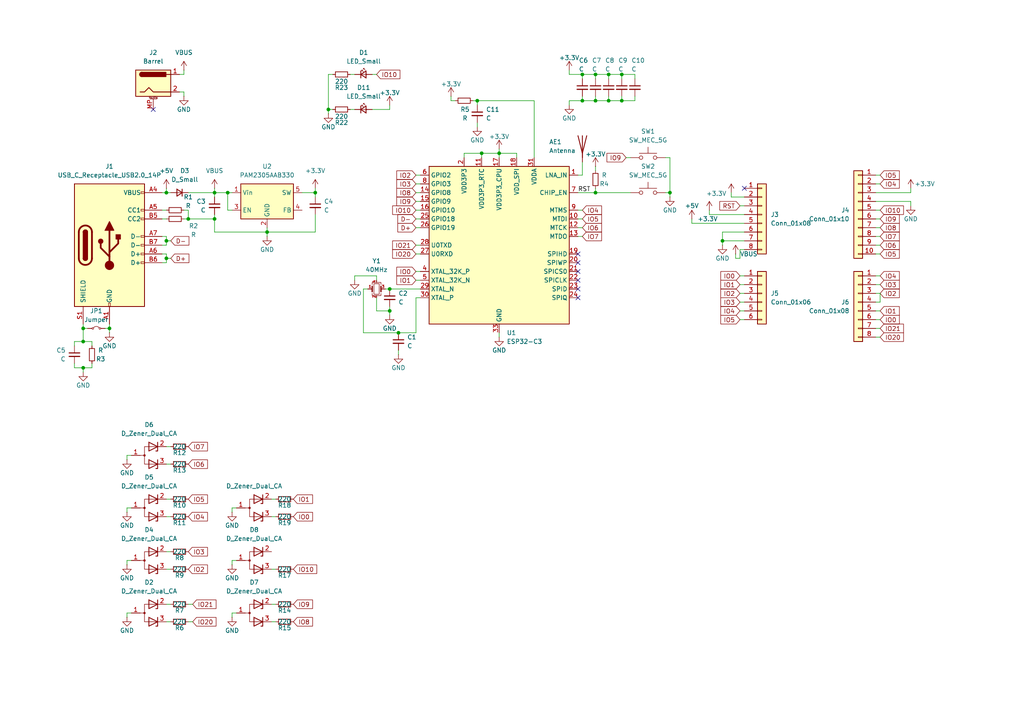
<source format=kicad_sch>
(kicad_sch (version 20231120) (generator "eeschema") (generator_version "8.0")
  (paper "A4")
  (junction (at 172.72 55.88))
  (junction (at 113.03 90.17))
  (junction (at 66.04 55.88))
  (junction (at 172.72 21.59))
  (junction (at 48.26 74.93))
  (junction (at 139.7 44.45))
  (junction (at 31.75 95.25))
  (junction (at 62.23 55.88))
  (junction (at 172.72 29.21))
  (junction (at 194.31 55.88))
  (junction (at 115.57 96.52))
  (junction (at 180.34 29.21))
  (junction (at 24.13 106.68))
  (junction (at 62.23 63.5))
  (junction (at 95.25 31.75))
  (junction (at 77.47 67.31))
  (junction (at 91.44 55.88))
  (junction (at 138.43 29.21))
  (junction (at 176.53 21.59))
  (junction (at 176.53 29.21))
  (junction (at 48.26 55.88))
  (junction (at 24.13 99.06))
  (junction (at 113.03 83.82))
  (junction (at 48.26 69.85))
  (junction (at 54.61 63.5))
  (junction (at 209.55 69.85))
  (junction (at 168.91 21.59))
  (junction (at 180.34 21.59))
  (junction (at 168.91 29.21))
  (junction (at 144.78 44.45))
  (junction (at 24.13 95.25))
  (no_connect (at 167.64 83.82))
  (no_connect (at 167.64 78.74))
  (no_connect (at 167.64 86.36))
  (no_connect (at 167.64 81.28))
  (no_connect (at 215.9 54.61))
  (no_connect (at 167.64 76.2))
  (no_connect (at 167.64 73.66))
  (no_connect (at 44.45 31.75))
  (wire (pts (xy 66.04 55.88) (xy 67.31 55.88)))
  (wire (pts (xy 95.25 31.75) (xy 96.52 31.75)))
  (wire (pts (xy 48.26 74.93) (xy 48.26 76.2)))
  (wire (pts (xy 48.26 68.58) (xy 48.26 69.85)))
  (wire (pts (xy 53.34 20.32) (xy 53.34 21.59)))
  (wire (pts (xy 36.83 163.83) (xy 36.83 162.56)))
  (wire (pts (xy 54.61 63.5) (xy 62.23 63.5)))
  (wire (pts (xy 62.23 62.23) (xy 62.23 63.5)))
  (wire (pts (xy 91.44 55.88) (xy 91.44 57.15)))
  (wire (pts (xy 168.91 22.86) (xy 168.91 21.59)))
  (wire (pts (xy 168.91 60.96) (xy 167.64 60.96)))
  (wire (pts (xy 200.66 64.77) (xy 215.9 64.77)))
  (wire (pts (xy 120.65 50.8) (xy 121.92 50.8)))
  (wire (pts (xy 102.87 81.28) (xy 102.87 80.01)))
  (wire (pts (xy 109.22 80.01) (xy 109.22 81.28)))
  (wire (pts (xy 26.67 106.68) (xy 24.13 106.68)))
  (wire (pts (xy 212.09 57.15) (xy 215.9 57.15)))
  (wire (pts (xy 66.04 55.88) (xy 66.04 60.96)))
  (wire (pts (xy 53.34 60.96) (xy 54.61 60.96)))
  (wire (pts (xy 120.65 71.12) (xy 121.92 71.12)))
  (wire (pts (xy 31.75 93.98) (xy 31.75 95.25)))
  (wire (pts (xy 165.1 20.32) (xy 165.1 21.59)))
  (wire (pts (xy 193.04 45.72) (xy 194.31 45.72)))
  (wire (pts (xy 120.65 86.36) (xy 121.92 86.36)))
  (wire (pts (xy 95.25 21.59) (xy 96.52 21.59)))
  (wire (pts (xy 101.6 31.75) (xy 102.87 31.75)))
  (wire (pts (xy 53.34 26.67) (xy 52.07 26.67)))
  (wire (pts (xy 48.26 180.34) (xy 49.53 180.34)))
  (wire (pts (xy 214.63 80.01) (xy 215.9 80.01)))
  (wire (pts (xy 154.94 29.21) (xy 154.94 45.72)))
  (wire (pts (xy 172.72 55.88) (xy 182.88 55.88)))
  (wire (pts (xy 120.65 81.28) (xy 121.92 81.28)))
  (wire (pts (xy 24.13 95.25) (xy 24.13 99.06)))
  (wire (pts (xy 54.61 63.5) (xy 53.34 63.5)))
  (wire (pts (xy 167.64 55.88) (xy 172.72 55.88)))
  (wire (pts (xy 48.26 69.85) (xy 48.26 71.12)))
  (wire (pts (xy 95.25 33.02) (xy 95.25 31.75)))
  (wire (pts (xy 36.83 148.59) (xy 36.83 147.32)))
  (wire (pts (xy 36.83 133.35) (xy 36.83 132.08)))
  (wire (pts (xy 264.16 58.42) (xy 254 58.42)))
  (wire (pts (xy 46.99 60.96) (xy 48.26 60.96)))
  (wire (pts (xy 46.99 63.5) (xy 48.26 63.5)))
  (wire (pts (xy 115.57 96.52) (xy 120.65 96.52)))
  (wire (pts (xy 255.27 92.71) (xy 254 92.71)))
  (wire (pts (xy 120.65 66.04) (xy 121.92 66.04)))
  (wire (pts (xy 139.7 44.45) (xy 144.78 44.45)))
  (wire (pts (xy 130.81 29.21) (xy 132.08 29.21)))
  (wire (pts (xy 46.99 55.88) (xy 48.26 55.88)))
  (wire (pts (xy 255.27 95.25) (xy 254 95.25)))
  (wire (pts (xy 172.72 29.21) (xy 176.53 29.21)))
  (wire (pts (xy 184.15 29.21) (xy 184.15 27.94)))
  (wire (pts (xy 78.74 180.34) (xy 80.01 180.34)))
  (wire (pts (xy 194.31 45.72) (xy 194.31 55.88)))
  (wire (pts (xy 180.34 21.59) (xy 180.34 22.86)))
  (wire (pts (xy 180.34 29.21) (xy 184.15 29.21)))
  (wire (pts (xy 168.91 66.04) (xy 167.64 66.04)))
  (wire (pts (xy 172.72 21.59) (xy 172.72 22.86)))
  (wire (pts (xy 139.7 44.45) (xy 139.7 45.72)))
  (wire (pts (xy 172.72 55.88) (xy 172.72 54.61)))
  (wire (pts (xy 67.31 60.96) (xy 66.04 60.96)))
  (wire (pts (xy 194.31 57.15) (xy 194.31 55.88)))
  (wire (pts (xy 26.67 99.06) (xy 26.67 100.33)))
  (wire (pts (xy 165.1 29.21) (xy 168.91 29.21)))
  (wire (pts (xy 78.74 165.1) (xy 80.01 165.1)))
  (wire (pts (xy 138.43 29.21) (xy 138.43 30.48)))
  (wire (pts (xy 255.27 97.79) (xy 254 97.79)))
  (wire (pts (xy 53.34 21.59) (xy 52.07 21.59)))
  (wire (pts (xy 36.83 177.8) (xy 38.1 177.8)))
  (wire (pts (xy 46.99 73.66) (xy 48.26 73.66)))
  (wire (pts (xy 113.03 30.48) (xy 113.03 31.75)))
  (wire (pts (xy 62.23 67.31) (xy 77.47 67.31)))
  (wire (pts (xy 214.63 72.39) (xy 214.63 74.93)))
  (wire (pts (xy 176.53 21.59) (xy 176.53 22.86)))
  (wire (pts (xy 77.47 67.31) (xy 91.44 67.31)))
  (wire (pts (xy 21.59 106.68) (xy 21.59 105.41)))
  (wire (pts (xy 77.47 68.58) (xy 77.47 67.31)))
  (wire (pts (xy 36.83 162.56) (xy 38.1 162.56)))
  (wire (pts (xy 120.65 63.5) (xy 121.92 63.5)))
  (wire (pts (xy 255.27 80.01) (xy 254 80.01)))
  (wire (pts (xy 138.43 35.56) (xy 138.43 36.83)))
  (wire (pts (xy 36.83 179.07) (xy 36.83 177.8)))
  (wire (pts (xy 176.53 27.94) (xy 176.53 29.21)))
  (wire (pts (xy 255.27 66.04) (xy 254 66.04)))
  (wire (pts (xy 172.72 48.26) (xy 172.72 49.53)))
  (wire (pts (xy 255.27 85.09) (xy 254 85.09)))
  (wire (pts (xy 48.26 76.2) (xy 46.99 76.2)))
  (wire (pts (xy 168.91 68.58) (xy 167.64 68.58)))
  (wire (pts (xy 120.65 53.34) (xy 121.92 53.34)))
  (wire (pts (xy 172.72 27.94) (xy 172.72 29.21)))
  (wire (pts (xy 255.27 82.55) (xy 254 82.55)))
  (wire (pts (xy 48.26 134.62) (xy 49.53 134.62)))
  (wire (pts (xy 67.31 179.07) (xy 67.31 177.8)))
  (wire (pts (xy 214.63 74.93) (xy 213.36 74.93)))
  (wire (pts (xy 264.16 59.69) (xy 264.16 58.42)))
  (wire (pts (xy 24.13 99.06) (xy 26.67 99.06)))
  (wire (pts (xy 105.41 83.82) (xy 105.41 96.52)))
  (wire (pts (xy 48.26 165.1) (xy 49.53 165.1)))
  (wire (pts (xy 215.9 72.39) (xy 214.63 72.39)))
  (wire (pts (xy 67.31 177.8) (xy 68.58 177.8)))
  (wire (pts (xy 91.44 67.31) (xy 91.44 62.23)))
  (wire (pts (xy 144.78 43.18) (xy 144.78 44.45)))
  (wire (pts (xy 31.75 95.25) (xy 31.75 96.52)))
  (wire (pts (xy 62.23 63.5) (xy 62.23 67.31)))
  (wire (pts (xy 212.09 55.88) (xy 212.09 57.15)))
  (wire (pts (xy 48.26 144.78) (xy 49.53 144.78)))
  (wire (pts (xy 214.63 92.71) (xy 215.9 92.71)))
  (wire (pts (xy 120.65 60.96) (xy 121.92 60.96)))
  (wire (pts (xy 209.55 69.85) (xy 215.9 69.85)))
  (wire (pts (xy 95.25 21.59) (xy 95.25 31.75)))
  (wire (pts (xy 209.55 67.31) (xy 215.9 67.31)))
  (wire (pts (xy 255.27 60.96) (xy 254 60.96)))
  (wire (pts (xy 113.03 88.9) (xy 113.03 90.17)))
  (wire (pts (xy 149.86 44.45) (xy 149.86 45.72)))
  (wire (pts (xy 255.27 71.12) (xy 254 71.12)))
  (wire (pts (xy 176.53 29.21) (xy 180.34 29.21)))
  (wire (pts (xy 78.74 144.78) (xy 80.01 144.78)))
  (wire (pts (xy 46.99 71.12) (xy 48.26 71.12)))
  (wire (pts (xy 214.63 87.63) (xy 215.9 87.63)))
  (wire (pts (xy 48.26 129.54) (xy 49.53 129.54)))
  (wire (pts (xy 264.16 54.61) (xy 264.16 55.88)))
  (wire (pts (xy 120.65 96.52) (xy 120.65 86.36)))
  (wire (pts (xy 214.63 59.69) (xy 215.9 59.69)))
  (wire (pts (xy 113.03 83.82) (xy 121.92 83.82)))
  (wire (pts (xy 168.91 21.59) (xy 172.72 21.59)))
  (wire (pts (xy 181.61 45.72) (xy 182.88 45.72)))
  (wire (pts (xy 165.1 21.59) (xy 168.91 21.59)))
  (wire (pts (xy 134.62 45.72) (xy 134.62 44.45)))
  (wire (pts (xy 48.26 55.88) (xy 49.53 55.88)))
  (wire (pts (xy 48.26 175.26) (xy 49.53 175.26)))
  (wire (pts (xy 101.6 21.59) (xy 102.87 21.59)))
  (wire (pts (xy 209.55 71.12) (xy 209.55 69.85)))
  (wire (pts (xy 30.48 95.25) (xy 31.75 95.25)))
  (wire (pts (xy 255.27 63.5) (xy 254 63.5)))
  (wire (pts (xy 53.34 27.94) (xy 53.34 26.67)))
  (wire (pts (xy 214.63 90.17) (xy 215.9 90.17)))
  (wire (pts (xy 113.03 90.17) (xy 113.03 91.44)))
  (wire (pts (xy 168.91 29.21) (xy 172.72 29.21)))
  (wire (pts (xy 214.63 85.09) (xy 215.9 85.09)))
  (wire (pts (xy 205.74 60.96) (xy 205.74 62.23)))
  (wire (pts (xy 26.67 105.41) (xy 26.67 106.68)))
  (wire (pts (xy 115.57 102.87) (xy 115.57 101.6)))
  (wire (pts (xy 36.83 147.32) (xy 38.1 147.32)))
  (wire (pts (xy 48.26 149.86) (xy 49.53 149.86)))
  (wire (pts (xy 120.65 73.66) (xy 121.92 73.66)))
  (wire (pts (xy 167.64 50.8) (xy 168.91 50.8)))
  (wire (pts (xy 205.74 62.23) (xy 215.9 62.23)))
  (wire (pts (xy 102.87 80.01) (xy 109.22 80.01)))
  (wire (pts (xy 264.16 55.88) (xy 254 55.88)))
  (wire (pts (xy 168.91 63.5) (xy 167.64 63.5)))
  (wire (pts (xy 46.99 68.58) (xy 48.26 68.58)))
  (wire (pts (xy 111.76 83.82) (xy 113.03 83.82)))
  (wire (pts (xy 24.13 107.95) (xy 24.13 106.68)))
  (wire (pts (xy 78.74 175.26) (xy 80.01 175.26)))
  (wire (pts (xy 144.78 44.45) (xy 144.78 45.72)))
  (wire (pts (xy 209.55 69.85) (xy 209.55 67.31)))
  (wire (pts (xy 21.59 99.06) (xy 24.13 99.06)))
  (wire (pts (xy 255.27 50.8) (xy 254 50.8)))
  (wire (pts (xy 120.65 58.42) (xy 121.92 58.42)))
  (wire (pts (xy 255.27 90.17) (xy 254 90.17)))
  (wire (pts (xy 49.53 74.93) (xy 48.26 74.93)))
  (wire (pts (xy 194.31 55.88) (xy 193.04 55.88)))
  (wire (pts (xy 168.91 27.94) (xy 168.91 29.21)))
  (wire (pts (xy 62.23 54.61) (xy 62.23 55.88)))
  (wire (pts (xy 48.26 54.61) (xy 48.26 55.88)))
  (wire (pts (xy 54.61 55.88) (xy 62.23 55.88)))
  (wire (pts (xy 200.66 63.5) (xy 200.66 64.77)))
  (wire (pts (xy 113.03 90.17) (xy 109.22 90.17)))
  (wire (pts (xy 24.13 106.68) (xy 21.59 106.68)))
  (wire (pts (xy 55.88 175.26) (xy 54.61 175.26)))
  (wire (pts (xy 62.23 55.88) (xy 66.04 55.88)))
  (wire (pts (xy 138.43 29.21) (xy 154.94 29.21)))
  (wire (pts (xy 214.63 82.55) (xy 215.9 82.55)))
  (wire (pts (xy 180.34 27.94) (xy 180.34 29.21)))
  (wire (pts (xy 144.78 97.79) (xy 144.78 96.52)))
  (wire (pts (xy 120.65 55.88) (xy 121.92 55.88)))
  (wire (pts (xy 144.78 44.45) (xy 149.86 44.45)))
  (wire (pts (xy 255.27 53.34) (xy 254 53.34)))
  (wire (pts (xy 24.13 95.25) (xy 25.4 95.25)))
  (wire (pts (xy 213.36 74.93) (xy 213.36 73.66)))
  (wire (pts (xy 165.1 30.48) (xy 165.1 29.21)))
  (wire (pts (xy 67.31 148.59) (xy 67.31 147.32)))
  (wire (pts (xy 55.88 180.34) (xy 54.61 180.34)))
  (wire (pts (xy 67.31 147.32) (xy 68.58 147.32)))
  (wire (pts (xy 78.74 149.86) (xy 80.01 149.86)))
  (wire (pts (xy 255.27 73.66) (xy 254 73.66)))
  (wire (pts (xy 184.15 21.59) (xy 184.15 22.86)))
  (wire (pts (xy 24.13 93.98) (xy 24.13 95.25)))
  (wire (pts (xy 48.26 73.66) (xy 48.26 74.93)))
  (wire (pts (xy 137.16 29.21) (xy 138.43 29.21)))
  (wire (pts (xy 21.59 99.06) (xy 21.59 100.33)))
  (wire (pts (xy 109.22 90.17) (xy 109.22 86.36)))
  (wire (pts (xy 120.65 78.74) (xy 121.92 78.74)))
  (wire (pts (xy 62.23 57.15) (xy 62.23 55.88)))
  (wire (pts (xy 130.81 27.94) (xy 130.81 29.21)))
  (wire (pts (xy 54.61 60.96) (xy 54.61 63.5)))
  (wire (pts (xy 77.47 67.31) (xy 77.47 66.04)))
  (wire (pts (xy 91.44 54.61) (xy 91.44 55.88)))
  (wire (pts (xy 36.83 132.08) (xy 38.1 132.08)))
  (wire (pts (xy 48.26 160.02) (xy 49.53 160.02)))
  (wire (pts (xy 134.62 44.45) (xy 139.7 44.45)))
  (wire (pts (xy 255.27 87.63) (xy 254 87.63)))
  (wire (pts (xy 113.03 31.75) (xy 107.95 31.75)))
  (wire (pts (xy 105.41 96.52) (xy 115.57 96.52)))
  (wire (pts (xy 255.27 68.58) (xy 254 68.58)))
  (wire (pts (xy 67.31 163.83) (xy 67.31 162.56)))
  (wire (pts (xy 106.68 83.82) (xy 105.41 83.82)))
  (wire (pts (xy 67.31 162.56) (xy 68.58 162.56)))
  (wire (pts (xy 172.72 21.59) (xy 176.53 21.59)))
  (wire (pts (xy 255.27 85.09) (xy 255.27 87.63)))
  (wire (pts (xy 109.22 21.59) (xy 107.95 21.59)))
  (wire (pts (xy 49.53 69.85) (xy 48.26 69.85)))
  (wire (pts (xy 176.53 21.59) (xy 180.34 21.59)))
  (wire (pts (xy 87.63 55.88) (xy 91.44 55.88)))
  (wire (pts (xy 168.91 50.8) (xy 168.91 46.99)))
  (wire (pts (xy 180.34 21.59) (xy 184.15 21.59)))
  (label "RST" (at 167.64 55.88 0))
  (global_label "IO1" (shape input) (at 85.09 144.78 0) (property "Intersheetrefs" "${INTERSHEET_REFS}" (effects (hide yes))))
  (global_label "IO9" (shape input) (at 255.27 63.5 0) (property "Intersheetrefs" "${INTERSHEET_REFS}" (effects (hide yes))))
  (global_label "IO8" (shape input) (at 255.27 66.04 0) (property "Intersheetrefs" "${INTERSHEET_REFS}" (effects (hide yes))))
  (global_label "IO2" (shape input) (at 214.63 85.09 180) (property "Intersheetrefs" "${INTERSHEET_REFS}" (effects (hide yes))))
  (global_label "IO21" (shape input) (at 120.65 71.12 180) (property "Intersheetrefs" "${INTERSHEET_REFS}" (effects (hide yes))))
  (global_label "IO0" (shape input) (at 85.09 149.86 0) (property "Intersheetrefs" "${INTERSHEET_REFS}" (effects (hide yes))))
  (global_label "IO9" (shape input) (at 120.65 58.42 180) (property "Intersheetrefs" "${INTERSHEET_REFS}" (effects (hide yes))))
  (global_label "IO20" (shape input) (at 255.27 97.79 0) (property "Intersheetrefs" "${INTERSHEET_REFS}" (effects (hide yes))))
  (global_label "IO5" (shape input) (at 255.27 50.8 0) (property "Intersheetrefs" "${INTERSHEET_REFS}" (effects (hide yes))))
  (global_label "IO3" (shape input) (at 120.65 53.34 180) (property "Intersheetrefs" "${INTERSHEET_REFS}" (effects (hide yes))))
  (global_label "IO7" (shape input) (at 168.91 68.58 0) (property "Intersheetrefs" "${INTERSHEET_REFS}" (effects (hide yes))))
  (global_label "IO20" (shape input) (at 120.65 73.66 180) (property "Intersheetrefs" "${INTERSHEET_REFS}" (effects (hide yes))))
  (global_label "IO4" (shape input) (at 214.63 90.17 180) (property "Intersheetrefs" "${INTERSHEET_REFS}" (effects (hide yes))))
  (global_label "IO5" (shape input) (at 168.91 63.5 0) (property "Intersheetrefs" "${INTERSHEET_REFS}" (effects (hide yes))))
  (global_label "IO7" (shape input) (at 54.61 129.54 0) (property "Intersheetrefs" "${INTERSHEET_REFS}" (effects (hide yes))))
  (global_label "IO10" (shape input) (at 109.22 21.59 0) (property "Intersheetrefs" "${INTERSHEET_REFS}" (effects (hide yes))))
  (global_label "IO9" (shape input) (at 85.09 175.26 0) (property "Intersheetrefs" "${INTERSHEET_REFS}" (effects (hide yes))))
  (global_label "IO21" (shape input) (at 255.27 95.25 0) (property "Intersheetrefs" "${INTERSHEET_REFS}" (effects (hide yes))))
  (global_label "IO5" (shape input) (at 54.61 144.78 0) (property "Intersheetrefs" "${INTERSHEET_REFS}" (effects (hide yes))))
  (global_label "IO20" (shape input) (at 55.88 180.34 0) (property "Intersheetrefs" "${INTERSHEET_REFS}" (effects (hide yes))))
  (global_label "D-" (shape input) (at 120.65 63.5 180) (property "Intersheetrefs" "${INTERSHEET_REFS}" (effects (hide yes))))
  (global_label "IO5" (shape input) (at 255.27 73.66 0) (property "Intersheetrefs" "${INTERSHEET_REFS}" (effects (hide yes))))
  (global_label "IO3" (shape input) (at 255.27 82.55 0) (property "Intersheetrefs" "${INTERSHEET_REFS}" (effects (hide yes))))
  (global_label "RST" (shape input) (at 214.63 59.69 180) (property "Intersheetrefs" "${INTERSHEET_REFS}" (effects (hide yes))))
  (global_label "IO6" (shape input) (at 168.91 66.04 0) (property "Intersheetrefs" "${INTERSHEET_REFS}" (effects (hide yes))))
  (global_label "IO6" (shape input) (at 255.27 71.12 0) (property "Intersheetrefs" "${INTERSHEET_REFS}" (effects (hide yes))))
  (global_label "IO4" (shape input) (at 255.27 80.01 0) (property "Intersheetrefs" "${INTERSHEET_REFS}" (effects (hide yes))))
  (global_label "IO3" (shape input) (at 214.63 87.63 180) (property "Intersheetrefs" "${INTERSHEET_REFS}" (effects (hide yes))))
  (global_label "IO8" (shape input) (at 120.65 55.88 180) (property "Intersheetrefs" "${INTERSHEET_REFS}" (effects (hide yes))))
  (global_label "IO10" (shape input) (at 120.65 60.96 180) (property "Intersheetrefs" "${INTERSHEET_REFS}" (effects (hide yes))))
  (global_label "IO4" (shape input) (at 54.61 149.86 0) (property "Intersheetrefs" "${INTERSHEET_REFS}" (effects (hide yes))))
  (global_label "IO1" (shape input) (at 255.27 90.17 0) (property "Intersheetrefs" "${INTERSHEET_REFS}" (effects (hide yes))))
  (global_label "IO5" (shape input) (at 214.63 92.71 180) (property "Intersheetrefs" "${INTERSHEET_REFS}" (effects (hide yes))))
  (global_label "IO2" (shape input) (at 255.27 85.09 0) (property "Intersheetrefs" "${INTERSHEET_REFS}" (effects (hide yes))))
  (global_label "D+" (shape input) (at 120.65 66.04 180) (property "Intersheetrefs" "${INTERSHEET_REFS}" (effects (hide yes))))
  (global_label "IO21" (shape input) (at 55.88 175.26 0) (property "Intersheetrefs" "${INTERSHEET_REFS}" (effects (hide yes))))
  (global_label "IO6" (shape input) (at 54.61 134.62 0) (property "Intersheetrefs" "${INTERSHEET_REFS}" (effects (hide yes))))
  (global_label "IO4" (shape input) (at 168.91 60.96 0) (property "Intersheetrefs" "${INTERSHEET_REFS}" (effects (hide yes))))
  (global_label "IO10" (shape input) (at 255.27 60.96 0) (property "Intersheetrefs" "${INTERSHEET_REFS}" (effects (hide yes))))
  (global_label "IO2" (shape input) (at 120.65 50.8 180) (property "Intersheetrefs" "${INTERSHEET_REFS}" (effects (hide yes))))
  (global_label "IO1" (shape input) (at 214.63 82.55 180) (property "Intersheetrefs" "${INTERSHEET_REFS}" (effects (hide yes))))
  (global_label "IO4" (shape input) (at 255.27 53.34 0) (property "Intersheetrefs" "${INTERSHEET_REFS}" (effects (hide yes))))
  (global_label "IO0" (shape input) (at 255.27 92.71 0) (property "Intersheetrefs" "${INTERSHEET_REFS}" (effects (hide yes))))
  (global_label "IO9" (shape input) (at 181.61 45.72 180) (property "Intersheetrefs" "${INTERSHEET_REFS}" (effects (hide yes))))
  (global_label "IO0" (shape input) (at 214.63 80.01 180) (property "Intersheetrefs" "${INTERSHEET_REFS}" (effects (hide yes))))
  (global_label "IO2" (shape input) (at 54.61 165.1 0) (property "Intersheetrefs" "${INTERSHEET_REFS}" (effects (hide yes))))
  (global_label "IO10" (shape input) (at 85.09 165.1 0) (property "Intersheetrefs" "${INTERSHEET_REFS}" (effects (hide yes))))
  (global_label "IO7" (shape input) (at 255.27 68.58 0) (property "Intersheetrefs" "${INTERSHEET_REFS}" (effects (hide yes))))
  (global_label "IO1" (shape input) (at 120.65 81.28 180) (property "Intersheetrefs" "${INTERSHEET_REFS}" (effects (hide yes))))
  (global_label "IO3" (shape input) (at 54.61 160.02 0) (property "Intersheetrefs" "${INTERSHEET_REFS}" (effects (hide yes))))
  (global_label "IO0" (shape input) (at 120.65 78.74 180) (property "Intersheetrefs" "${INTERSHEET_REFS}" (effects (hide yes))))
  (global_label "D-" (shape input) (at 49.53 69.85 0) (property "Intersheetrefs" "${INTERSHEET_REFS}" (effects (hide yes))))
  (global_label "D+" (shape input) (at 49.53 74.93 0) (property "Intersheetrefs" "${INTERSHEET_REFS}" (effects (hide yes))))
  (global_label "IO8" (shape input) (at 85.09 180.34 0) (property "Intersheetrefs" "${INTERSHEET_REFS}" (effects (hide yes))))
  (symbol (lib_id "Connector:USB_C_Receptacle_USB2.0_14P") (at 31.75 71.12 0) (unit 1)
    (property "Reference" "J1" (at 31.75 48.26 0))
    (property "Value" "USB_C_Receptacle_USB2.0_14P" (at 31.75 50.8 0))
    (property "Footprint" "Connector_USB:USB_C_Receptacle_HCTL_HC-TYPE-C-16P-01A" (effects (hide yes)))
    (property "Datasheet" "https://www.usb.org/sites/default/files/documents/usb_type-c.zip" (effects (hide yes)))
    (property "Description" "USB 2.0-only 14P Type-C Receptacle connector" (effects (hide yes)))
  )
  (symbol (lib_id "Device:C_Small") (at 91.44 59.69 0) (unit 1)
    (property "Reference" "C4" (at 93.98 58.4262 0) (effects (justify left)))
    (property "Value" "C" (at 93.98 60.9662 0) (effects (justify left)))
    (property "Footprint" "Capacitor_SMD:C_0402_1005Metric" (effects (hide yes)))
    (property "Description" "Unpolarized capacitor, small symbol" (effects (hide yes)))
  )
  (symbol (lib_id "power:GND") (at 209.55 71.12 0) (unit 1)
    (property "Reference" "#PWR022" (effects (hide yes)))
    (property "Value" "GND" (at 209.55 74.93 0))
    (property "Description" "Power symbol creates a global label with name \"GND\" , ground" (effects (hide yes)))
  )
  (symbol (lib_id "Regulator_Switching:PAM2305AAB330") (at 77.47 58.42 0) (unit 1)
    (property "Reference" "U2" (at 77.47 48.26 0))
    (property "Value" "PAM2305AAB330" (at 77.47 50.8 0))
    (property "Footprint" "Package_TO_SOT_SMD:TSOT-23-5" (effects (hide yes)))
    (property "Datasheet" "https://www.diodes.com/assets/Datasheets/PAM2305.pdf" (effects (hide yes)))
    (property "Description" "1A, Step-Down DC/DC-Converter, 3.3V Fixed Output Voltage, 1.5MHz, TSOT-23" (effects (hide yes)))
  )
  (symbol (lib_id "power:+3.3V") (at 91.44 54.61 0) (unit 1)
    (property "Reference" "#PWR03" (effects (hide yes)))
    (property "Value" "+3.3V" (at 91.44 49.53 0))
    (property "Description" "Power symbol creates a global label with name \"+3.3V\"" (effects (hide yes)))
  )
  (symbol (lib_id "Device:Antenna") (at 168.91 41.91 0) (unit 1)
    (property "Reference" "AE1" (at 159.258 41.148 0) (effects (justify left)))
    (property "Value" "Antenna" (at 159.258 43.688 0) (effects (justify left)))
    (property "Footprint" "TestPoint:TestPoint_Loop_D2.50mm_Drill1.0mm" (effects (hide yes)))
    (property "Description" "Antenna" (effects (hide yes)))
  )
  (symbol (lib_id "Device:R_Small") (at 99.06 21.59 90) (unit 1)
    (property "Reference" "R23" (at 99.06 25.4 90))
    (property "Value" "220" (at 99.06 23.622 90))
    (property "Footprint" "Resistor_SMD:R_0402_1005Metric" (effects (hide yes)))
    (property "Description" "Resistor, small symbol" (effects (hide yes)))
  )
  (symbol (lib_id "power:+3.3V") (at 165.1 20.32 0) (unit 1)
    (property "Reference" "#PWR014" (effects (hide yes)))
    (property "Value" "+3.3V" (at 165.1 16.764 0))
    (property "Description" "Power symbol creates a global label with name \"+3.3V\"" (effects (hide yes)))
  )
  (symbol (lib_id "Device:R_Small") (at 52.07 160.02 90) (unit 1)
    (property "Reference" "R8" (at 52.07 161.798 90))
    (property "Value" "220" (at 52.07 160.02 90))
    (property "Footprint" "Resistor_SMD:R_0402_1005Metric" (effects (hide yes)))
    (property "Description" "Resistor, small symbol" (effects (hide yes)))
  )
  (symbol (lib_id "power:GND") (at 165.1 30.48 0) (unit 1)
    (property "Reference" "#PWR015" (effects (hide yes)))
    (property "Value" "GND" (at 165.1 34.29 0))
    (property "Description" "Power symbol creates a global label with name \"GND\" , ground" (effects (hide yes)))
  )
  (symbol (lib_id "Device:R_Small") (at 52.07 144.78 90) (unit 1)
    (property "Reference" "R10" (at 52.07 146.558 90))
    (property "Value" "220" (at 52.07 144.78 90))
    (property "Footprint" "Resistor_SMD:R_0402_1005Metric" (effects (hide yes)))
    (property "Description" "Resistor, small symbol" (effects (hide yes)))
  )
  (symbol (lib_id "Device:D_Zener_Dual_CommonAnode_AKK_Parallel") (at 43.18 162.56 0) (unit 1)
    (property "Reference" "D4" (at 43.2435 153.67 0))
    (property "Value" "D_Zener_Dual_CA" (at 43.2435 156.21 0))
    (property "Footprint" "Package_TO_SOT_SMD:SOT-23" (effects (hide yes)))
    (property "Description" "Dual Zener diode, common anode on pin 1" (effects (hide yes)))
  )
  (symbol (lib_id "power:+5V") (at 48.26 54.61 0) (unit 1)
    (property "Reference" "#PWR02" (effects (hide yes)))
    (property "Value" "+5V" (at 48.26 49.53 0))
    (property "Description" "Power symbol creates a global label with name \"+5V\"" (effects (hide yes)))
  )
  (symbol (lib_id "Jumper:Jumper_2_Small_Bridged") (at 27.94 95.25 0) (unit 1) (exclude_from_sim yes)
    (property "Reference" "JP1" (at 27.94 90.17 0))
    (property "Value" "Jumper" (at 27.94 92.71 0))
    (property "Footprint" "Jumper:SolderJumper-2_P1.3mm_Bridged_RoundedPad1.0x1.5mm" (effects (hide yes)))
    (property "Description" "Jumper, 2-pole, small symbol, bridged" (effects (hide yes)))
  )
  (symbol (lib_id "Device:R_Small") (at 50.8 60.96 90) (unit 1)
    (property "Reference" "R1" (at 54.61 57.15 90))
    (property "Value" "R" (at 54.61 59.69 90))
    (property "Footprint" "Resistor_SMD:R_0402_1005Metric" (effects (hide yes)))
    (property "Description" "Resistor, small symbol" (effects (hide yes)))
  )
  (symbol (lib_id "Device:R_Small") (at 82.55 180.34 90) (unit 1)
    (property "Reference" "R15" (at 82.55 182.118 90))
    (property "Value" "220" (at 82.55 180.34 90))
    (property "Footprint" "Resistor_SMD:R_0402_1005Metric" (effects (hide yes)))
    (property "Description" "Resistor, small symbol" (effects (hide yes)))
  )
  (symbol (lib_id "power:GND") (at 115.57 102.87 0) (unit 1)
    (property "Reference" "#PWR01" (effects (hide yes)))
    (property "Value" "GND" (at 115.57 106.68 0))
    (property "Description" "Power symbol creates a global label with name \"GND\" , ground" (effects (hide yes)))
  )
  (symbol (lib_id "Device:LED_Small") (at 105.41 21.59 0) (unit 1)
    (property "Reference" "D1" (at 105.4735 15.24 0))
    (property "Value" "LED_Small" (at 105.4735 17.78 0))
    (property "Footprint" "LED_SMD:LED_0402_1005Metric" (effects (hide yes)))
    (property "Description" "Light emitting diode, small symbol" (effects (hide yes)))
  )
  (symbol (lib_id "Device:R_Small") (at 52.07 180.34 90) (unit 1)
    (property "Reference" "R6" (at 52.07 182.118 90))
    (property "Value" "220" (at 52.07 180.34 90))
    (property "Footprint" "Resistor_SMD:R_0402_1005Metric" (effects (hide yes)))
    (property "Description" "Resistor, small symbol" (effects (hide yes)))
  )
  (symbol (lib_id "Device:C_Small") (at 138.43 33.02 0) (unit 1)
    (property "Reference" "C11" (at 140.97 31.7562 0) (effects (justify left)))
    (property "Value" "C" (at 140.97 34.2962 0) (effects (justify left)))
    (property "Footprint" "Capacitor_SMD:C_0402_1005Metric" (effects (hide yes)))
    (property "Description" "Unpolarized capacitor, small symbol" (effects (hide yes)))
  )
  (symbol (lib_id "power:+3.3V") (at 264.16 54.61 0) (unit 1)
    (property "Reference" "#PWR028" (effects (hide yes)))
    (property "Value" "+3.3V" (at 268.224 53.34 0))
    (property "Description" "Power symbol creates a global label with name \"+3.3V\"" (effects (hide yes)))
  )
  (symbol (lib_id "power:+3.3V") (at 113.03 30.48 0) (unit 1)
    (property "Reference" "#PWR039" (effects (hide yes)))
    (property "Value" "+3.3V" (at 113.03 26.924 0))
    (property "Description" "Power symbol creates a global label with name \"+3.3V\"" (effects (hide yes)))
  )
  (symbol (lib_id "Device:C_Small") (at 113.03 86.36 0) (unit 1)
    (property "Reference" "C2" (at 115.57 85.0962 0) (effects (justify left)))
    (property "Value" "C" (at 115.57 87.6362 0) (effects (justify left)))
    (property "Footprint" "Capacitor_SMD:C_0402_1005Metric" (effects (hide yes)))
    (property "Description" "Unpolarized capacitor, small symbol" (effects (hide yes)))
  )
  (symbol (lib_id "Device:R_Small") (at 82.55 149.86 90) (unit 1)
    (property "Reference" "R19" (at 82.55 151.638 90))
    (property "Value" "220" (at 82.55 149.86 90))
    (property "Footprint" "Resistor_SMD:R_0402_1005Metric" (effects (hide yes)))
    (property "Description" "Resistor, small symbol" (effects (hide yes)))
  )
  (symbol (lib_id "power:GND") (at 36.83 163.83 0) (unit 1)
    (property "Reference" "#PWR031" (effects (hide yes)))
    (property "Value" "GND" (at 36.83 167.64 0))
    (property "Description" "Power symbol creates a global label with name \"GND\" , ground" (effects (hide yes)))
  )
  (symbol (lib_id "power:GND") (at 24.13 107.95 0) (unit 1)
    (property "Reference" "#PWR08" (effects (hide yes)))
    (property "Value" "GND" (at 24.13 111.76 0))
    (property "Description" "Power symbol creates a global label with name \"GND\" , ground" (effects (hide yes)))
  )
  (symbol (lib_id "Connector_Generic:Conn_01x06") (at 220.98 85.09 0) (unit 1)
    (property "Reference" "J5" (at 223.52 85.0899 0) (effects (justify left)))
    (property "Value" "Conn_01x06" (at 223.52 87.6299 0) (effects (justify left)))
    (property "Footprint" "Connector_PinSocket_2.54mm:PinSocket_1x06_P2.54mm_Vertical" (effects (hide yes)))
    (property "Description" "Generic connector, single row, 01x06, script generated (kicad-library-utils/schlib/autogen/connector/)" (effects (hide yes)))
  )
  (symbol (lib_id "power:GND") (at 194.31 57.15 0) (unit 1)
    (property "Reference" "#PWR011" (effects (hide yes)))
    (property "Value" "GND" (at 194.31 60.96 0))
    (property "Description" "Power symbol creates a global label with name \"GND\" , ground" (effects (hide yes)))
  )
  (symbol (lib_id "Device:D_Zener_Dual_CommonAnode_AKK_Parallel") (at 73.66 177.8 0) (unit 1)
    (property "Reference" "D7" (at 73.7235 168.91 0))
    (property "Value" "D_Zener_Dual_CA" (at 73.7235 171.45 0))
    (property "Footprint" "Package_TO_SOT_SMD:SOT-23" (effects (hide yes)))
    (property "Description" "Dual Zener diode, common anode on pin 1" (effects (hide yes)))
  )
  (symbol (lib_id "Device:R_Small") (at 82.55 175.26 90) (unit 1)
    (property "Reference" "R14" (at 82.55 177.038 90))
    (property "Value" "220" (at 82.55 175.26 90))
    (property "Footprint" "Resistor_SMD:R_0402_1005Metric" (effects (hide yes)))
    (property "Description" "Resistor, small symbol" (effects (hide yes)))
  )
  (symbol (lib_id "Device:Crystal_GND24_Small") (at 109.22 83.82 0) (unit 1)
    (property "Reference" "Y1" (at 109.22 75.692 0))
    (property "Value" "40MHz" (at 109.22 78.232 0))
    (property "Footprint" "Crystal:Crystal_SMD_2016-4Pin_2.0x1.6mm" (effects (hide yes)))
    (property "Description" "Four pin crystal, GND on pins 2 and 4, small symbol" (effects (hide yes)))
  )
  (symbol (lib_id "power:GND") (at 36.83 148.59 0) (unit 1)
    (property "Reference" "#PWR032" (effects (hide yes)))
    (property "Value" "GND" (at 36.83 152.4 0))
    (property "Description" "Power symbol creates a global label with name \"GND\" , ground" (effects (hide yes)))
  )
  (symbol (lib_id "power:GND") (at 36.83 179.07 0) (unit 1)
    (property "Reference" "#PWR09" (effects (hide yes)))
    (property "Value" "GND" (at 36.83 182.88 0))
    (property "Description" "Power symbol creates a global label with name \"GND\" , ground" (effects (hide yes)))
  )
  (symbol (lib_id "power:+3.3V") (at 144.78 43.18 0) (unit 1)
    (property "Reference" "#PWR013" (effects (hide yes)))
    (property "Value" "+3.3V" (at 144.78 39.624 0))
    (property "Description" "Power symbol creates a global label with name \"+3.3V\"" (effects (hide yes)))
  )
  (symbol (lib_id "Device:D_Zener_Dual_CommonAnode_AKK_Parallel") (at 73.66 162.56 0) (unit 1)
    (property "Reference" "D8" (at 73.7235 153.67 0))
    (property "Value" "D_Zener_Dual_CA" (at 73.7235 156.21 0))
    (property "Footprint" "Package_TO_SOT_SMD:SOT-23" (effects (hide yes)))
    (property "Description" "Dual Zener diode, common anode on pin 1" (effects (hide yes)))
  )
  (symbol (lib_name "SW_MEC_5G_1") (lib_id "Switch:SW_MEC_5G") (at 187.96 55.88 0) (unit 1)
    (property "Reference" "SW2" (at 187.96 48.26 0))
    (property "Value" "SW_MEC_5G" (at 187.96 50.8 0))
    (property "Footprint" "Button_Switch_SMD:SW_SPST_Omron_B3FS-100xP" (effects (hide yes)))
    (property "Datasheet" "http://www.apem.com/int/index.php?controller=attachment&id_attachment=488" (effects (hide yes)))
    (property "Description" "MEC 5G single pole normally-open tactile switch" (effects (hide yes)))
  )
  (symbol (lib_id "power:GND") (at 95.25 33.02 0) (unit 1)
    (property "Reference" "#PWR038" (effects (hide yes)))
    (property "Value" "GND" (at 95.25 36.83 0))
    (property "Description" "Power symbol creates a global label with name \"GND\" , ground" (effects (hide yes)))
  )
  (symbol (lib_id "power:GND") (at 138.43 36.83 0) (unit 1)
    (property "Reference" "#PWR030" (effects (hide yes)))
    (property "Value" "GND" (at 138.43 40.64 0))
    (property "Description" "Power symbol creates a global label with name \"GND\" , ground" (effects (hide yes)))
  )
  (symbol (lib_id "power:GND") (at 67.31 179.07 0) (unit 1)
    (property "Reference" "#PWR034" (effects (hide yes)))
    (property "Value" "GND" (at 67.31 182.88 0))
    (property "Description" "Power symbol creates a global label with name \"GND\" , ground" (effects (hide yes)))
  )
  (symbol (lib_id "power:GND") (at 102.87 81.28 0) (unit 1)
    (property "Reference" "#PWR05" (effects (hide yes)))
    (property "Value" "GND" (at 102.87 85.09 0))
    (property "Description" "Power symbol creates a global label with name \"GND\" , ground" (effects (hide yes)))
  )
  (symbol (lib_id "power:GND") (at 144.78 97.79 0) (unit 1)
    (property "Reference" "#PWR010" (effects (hide yes)))
    (property "Value" "GND" (at 144.78 101.6 0))
    (property "Description" "Power symbol creates a global label with name \"GND\" , ground" (effects (hide yes)))
  )
  (symbol (lib_id "power:+5V") (at 200.66 63.5 0) (unit 1)
    (property "Reference" "#PWR024" (effects (hide yes)))
    (property "Value" "+5V" (at 200.66 59.69 0))
    (property "Description" "Power symbol creates a global label with name \"+5V\"" (effects (hide yes)))
  )
  (symbol (lib_id "power:VBUS") (at 62.23 54.61 0) (unit 1)
    (property "Reference" "#PWR019" (effects (hide yes)))
    (property "Value" "VBUS" (at 62.23 49.53 0))
    (property "Description" "Power symbol creates a global label with name \"VBUS\"" (effects (hide yes)))
  )
  (symbol (lib_id "power:GND") (at 67.31 148.59 0) (unit 1)
    (property "Reference" "#PWR036" (effects (hide yes)))
    (property "Value" "GND" (at 67.31 152.4 0))
    (property "Description" "Power symbol creates a global label with name \"GND\" , ground" (effects (hide yes)))
  )
  (symbol (lib_id "Device:C_Small") (at 176.53 25.4 0) (unit 1)
    (property "Reference" "C8" (at 175.514 17.526 0) (effects (justify left)))
    (property "Value" "C" (at 175.514 20.066 0) (effects (justify left)))
    (property "Footprint" "Capacitor_SMD:C_0402_1005Metric" (effects (hide yes)))
    (property "Description" "Unpolarized capacitor, small symbol" (effects (hide yes)))
  )
  (symbol (lib_id "Device:R_Small") (at 82.55 165.1 90) (unit 1)
    (property "Reference" "R17" (at 82.55 166.878 90))
    (property "Value" "220" (at 82.55 165.1 90))
    (property "Footprint" "Resistor_SMD:R_0402_1005Metric" (effects (hide yes)))
    (property "Description" "Resistor, small symbol" (effects (hide yes)))
  )
  (symbol (lib_id "Device:R_Small") (at 52.07 149.86 90) (unit 1)
    (property "Reference" "R11" (at 52.07 151.638 90))
    (property "Value" "220" (at 52.07 149.86 90))
    (property "Footprint" "Resistor_SMD:R_0402_1005Metric" (effects (hide yes)))
    (property "Description" "Resistor, small symbol" (effects (hide yes)))
  )
  (symbol (lib_id "Device:R_Small") (at 50.8 63.5 90) (unit 1)
    (property "Reference" "R2" (at 56.134 65.532 90))
    (property "Value" "R" (at 56.134 68.072 90))
    (property "Footprint" "Resistor_SMD:R_0402_1005Metric" (effects (hide yes)))
    (property "Description" "Resistor, small symbol" (effects (hide yes)))
  )
  (symbol (lib_id "Device:LED_Small") (at 105.41 31.75 0) (unit 1)
    (property "Reference" "D11" (at 105.4735 25.4 0))
    (property "Value" "LED_Small" (at 105.4735 27.94 0))
    (property "Footprint" "LED_SMD:LED_0402_1005Metric" (effects (hide yes)))
    (property "Description" "Light emitting diode, small symbol" (effects (hide yes)))
  )
  (symbol (lib_id "Device:R_Small") (at 26.67 102.87 180) (unit 1)
    (property "Reference" "R3" (at 29.21 104.14 0))
    (property "Value" "R" (at 29.21 101.6 0))
    (property "Footprint" "Resistor_SMD:R_0402_1005Metric" (effects (hide yes)))
    (property "Description" "Resistor, small symbol" (effects (hide yes)))
  )
  (symbol (lib_id "Device:D_Zener_Dual_CommonAnode_AKK_Parallel") (at 43.18 132.08 0) (unit 1)
    (property "Reference" "D6" (at 43.2435 123.19 0))
    (property "Value" "D_Zener_Dual_CA" (at 43.2435 125.73 0))
    (property "Footprint" "Package_TO_SOT_SMD:SOT-23" (effects (hide yes)))
    (property "Description" "Dual Zener diode, common anode on pin 1" (effects (hide yes)))
  )
  (symbol (lib_id "Device:C_Small") (at 21.59 102.87 0) (mirror y) (unit 1)
    (property "Reference" "C5" (at 19.05 101.6062 0) (effects (justify left)))
    (property "Value" "C" (at 19.05 104.1462 0) (effects (justify left)))
    (property "Footprint" "Capacitor_SMD:C_0402_1005Metric" (effects (hide yes)))
    (property "Description" "Unpolarized capacitor, small symbol" (effects (hide yes)))
  )
  (symbol (lib_id "Device:C_Small") (at 62.23 59.69 0) (mirror y) (unit 1)
    (property "Reference" "C3" (at 59.69 58.4262 0) (effects (justify left)))
    (property "Value" "C" (at 59.69 60.9662 0) (effects (justify left)))
    (property "Footprint" "Capacitor_SMD:C_0402_1005Metric" (effects (hide yes)))
    (property "Description" "Unpolarized capacitor, small symbol" (effects (hide yes)))
  )
  (symbol (lib_id "Connector_Generic:Conn_01x08") (at 248.92 87.63 0) (mirror y) (unit 1)
    (property "Reference" "J6" (at 246.38 87.6299 0) (effects (justify left)))
    (property "Value" "Conn_01x08" (at 246.38 90.1699 0) (effects (justify left)))
    (property "Footprint" "Connector_PinSocket_2.54mm:PinSocket_1x08_P2.54mm_Vertical" (effects (hide yes)))
    (property "Description" "Generic connector, single row, 01x08, script generated (kicad-library-utils/schlib/autogen/connector/)" (effects (hide yes)))
  )
  (symbol (lib_id "power:+3.3V") (at 205.74 60.96 0) (unit 1)
    (property "Reference" "#PWR025" (effects (hide yes)))
    (property "Value" "+3.3V" (at 205.232 63.5 0))
    (property "Description" "Power symbol creates a global label with name \"+3.3V\"" (effects (hide yes)))
  )
  (symbol (lib_id "Device:R_Small") (at 134.62 29.21 90) (unit 1)
    (property "Reference" "R5" (at 134.874 31.75 90))
    (property "Value" "R" (at 134.874 34.29 90))
    (property "Footprint" "Resistor_SMD:R_0402_1005Metric" (effects (hide yes)))
    (property "Description" "Resistor, small symbol" (effects (hide yes)))
  )
  (symbol (lib_id "Connector_Generic:Conn_01x10") (at 248.92 60.96 0) (mirror y) (unit 1)
    (property "Reference" "J4" (at 246.38 60.9599 0) (effects (justify left)))
    (property "Value" "Conn_01x10" (at 246.38 63.4999 0) (effects (justify left)))
    (property "Footprint" "Connector_PinSocket_2.54mm:PinSocket_1x10_P2.54mm_Vertical" (effects (hide yes)))
    (property "Description" "Generic connector, single row, 01x10, script generated (kicad-library-utils/schlib/autogen/connector/)" (effects (hide yes)))
  )
  (symbol (lib_id "Device:R_Small") (at 99.06 31.75 90) (unit 1)
    (property "Reference" "R22" (at 99.06 35.56 90))
    (property "Value" "220" (at 99.06 33.782 90))
    (property "Footprint" "Resistor_SMD:R_0402_1005Metric" (effects (hide yes)))
    (property "Description" "Resistor, small symbol" (effects (hide yes)))
  )
  (symbol (lib_id "Device:R_Small") (at 52.07 175.26 90) (unit 1)
    (property "Reference" "R7" (at 52.07 177.038 90))
    (property "Value" "220" (at 52.07 175.26 90))
    (property "Footprint" "Resistor_SMD:R_0402_1005Metric" (effects (hide yes)))
    (property "Description" "Resistor, small symbol" (effects (hide yes)))
  )
  (symbol (lib_id "power:+3.3V") (at 130.81 27.94 0) (unit 1)
    (property "Reference" "#PWR029" (effects (hide yes)))
    (property "Value" "+3.3V" (at 130.81 24.384 0))
    (property "Description" "Power symbol creates a global label with name \"+3.3V\"" (effects (hide yes)))
  )
  (symbol (lib_id "Device:D_Zener_Dual_CommonAnode_AKK_Parallel") (at 43.18 177.8 0) (unit 1)
    (property "Reference" "D2" (at 43.2435 168.91 0))
    (property "Value" "D_Zener_Dual_CA" (at 43.2435 171.45 0))
    (property "Footprint" "Package_TO_SOT_SMD:SOT-23" (effects (hide yes)))
    (property "Description" "Dual Zener diode, common anode on pin 1" (effects (hide yes)))
  )
  (symbol (lib_id "Device:C_Small") (at 172.72 25.4 0) (unit 1)
    (property "Reference" "C7" (at 171.704 17.526 0) (effects (justify left)))
    (property "Value" "C" (at 171.704 20.066 0) (effects (justify left)))
    (property "Footprint" "Capacitor_SMD:C_0402_1005Metric" (effects (hide yes)))
    (property "Description" "Unpolarized capacitor, small symbol" (effects (hide yes)))
  )
  (symbol (lib_id "power:GND") (at 31.75 96.52 0) (unit 1)
    (property "Reference" "#PWR07" (effects (hide yes)))
    (property "Value" "GND" (at 31.75 100.33 0))
    (property "Description" "Power symbol creates a global label with name \"GND\" , ground" (effects (hide yes)))
  )
  (symbol (lib_id "Switch:SW_MEC_5G") (at 187.96 45.72 0) (unit 1)
    (property "Reference" "SW1" (at 187.96 38.1 0))
    (property "Value" "SW_MEC_5G" (at 187.96 40.64 0))
    (property "Footprint" "Button_Switch_SMD:SW_SPST_Omron_B3FS-100xP" (effects (hide yes)))
    (property "Datasheet" "http://www.apem.com/int/index.php?controller=attachment&id_attachment=488" (effects (hide yes)))
    (property "Description" "MEC 5G single pole normally-open tactile switch" (effects (hide yes)))
  )
  (symbol (lib_id "Device:R_Small") (at 172.72 52.07 180) (unit 1)
    (property "Reference" "R4" (at 175.26 53.34 0))
    (property "Value" "R" (at 175.26 50.8 0))
    (property "Footprint" "Resistor_SMD:R_0402_1005Metric" (effects (hide yes)))
    (property "Description" "Resistor, small symbol" (effects (hide yes)))
  )
  (symbol (lib_id "Device:C_Small") (at 184.15 25.4 0) (unit 1)
    (property "Reference" "C10" (at 183.134 17.526 0) (effects (justify left)))
    (property "Value" "C" (at 183.134 20.066 0) (effects (justify left)))
    (property "Footprint" "Capacitor_SMD:C_0402_1005Metric" (effects (hide yes)))
    (property "Description" "Unpolarized capacitor, small symbol" (effects (hide yes)))
  )
  (symbol (lib_id "power:GND") (at 36.83 133.35 0) (unit 1)
    (property "Reference" "#PWR033" (effects (hide yes)))
    (property "Value" "GND" (at 36.83 137.16 0))
    (property "Description" "Power symbol creates a global label with name \"GND\" , ground" (effects (hide yes)))
  )
  (symbol (lib_id "Connector:Barrel_Jack_MountingPin") (at 44.45 24.13 0) (unit 1)
    (property "Reference" "J2" (at 44.45 15.24 0))
    (property "Value" "Barrel" (at 44.45 17.78 0))
    (property "Footprint" "Connector_BarrelJack:BarrelJack_Horizontal" (effects (hide yes)))
    (property "Description" "DC Barrel Jack with a mounting pin" (effects (hide yes)))
  )
  (symbol (lib_id "power:VBUS") (at 213.36 73.66 0) (unit 1)
    (property "Reference" "#PWR023" (effects (hide yes)))
    (property "Value" "VBUS" (at 217.17 73.66 0))
    (property "Description" "Power symbol creates a global label with name \"VBUS\"" (effects (hide yes)))
  )
  (symbol (lib_id "Device:D_Zener_Dual_CommonAnode_AKK_Parallel") (at 43.18 147.32 0) (unit 1)
    (property "Reference" "D5" (at 43.2435 138.43 0))
    (property "Value" "D_Zener_Dual_CA" (at 43.2435 140.97 0))
    (property "Footprint" "Package_TO_SOT_SMD:SOT-23" (effects (hide yes)))
    (property "Description" "Dual Zener diode, common anode on pin 1" (effects (hide yes)))
  )
  (symbol (lib_id "Connector_Generic:Conn_01x08") (at 220.98 62.23 0) (unit 1)
    (property "Reference" "J3" (at 223.52 62.2299 0) (effects (justify left)))
    (property "Value" "Conn_01x08" (at 223.52 64.7699 0) (effects (justify left)))
    (property "Footprint" "Connector_PinSocket_2.54mm:PinSocket_1x08_P2.54mm_Vertical" (effects (hide yes)))
    (property "Description" "Generic connector, single row, 01x08, script generated (kicad-library-utils/schlib/autogen/connector/)" (effects (hide yes)))
  )
  (symbol (lib_id "Device:R_Small") (at 52.07 129.54 90) (unit 1)
    (property "Reference" "R12" (at 52.07 131.318 90))
    (property "Value" "220" (at 52.07 129.54 90))
    (property "Footprint" "Resistor_SMD:R_0402_1005Metric" (effects (hide yes)))
    (property "Description" "Resistor, small symbol" (effects (hide yes)))
  )
  (symbol (lib_id "Device:C_Small") (at 115.57 99.06 0) (unit 1)
    (property "Reference" "C1" (at 118.11 97.7962 0) (effects (justify left)))
    (property "Value" "C" (at 118.11 100.3362 0) (effects (justify left)))
    (property "Footprint" "Capacitor_SMD:C_0402_1005Metric" (effects (hide yes)))
    (property "Description" "Unpolarized capacitor, small symbol" (effects (hide yes)))
  )
  (symbol (lib_id "Device:R_Small") (at 52.07 165.1 90) (unit 1)
    (property "Reference" "R9" (at 52.07 166.878 90))
    (property "Value" "220" (at 52.07 165.1 90))
    (property "Footprint" "Resistor_SMD:R_0402_1005Metric" (effects (hide yes)))
    (property "Description" "Resistor, small symbol" (effects (hide yes)))
  )
  (symbol (lib_id "power:GND") (at 113.03 91.44 0) (unit 1)
    (property "Reference" "#PWR04" (effects (hide yes)))
    (property "Value" "GND" (at 113.03 95.25 0))
    (property "Description" "Power symbol creates a global label with name \"GND\" , ground" (effects (hide yes)))
  )
  (symbol (lib_id "power:GND") (at 67.31 163.83 0) (unit 1)
    (property "Reference" "#PWR035" (effects (hide yes)))
    (property "Value" "GND" (at 67.31 167.64 0))
    (property "Description" "Power symbol creates a global label with name \"GND\" , ground" (effects (hide yes)))
  )
  (symbol (lib_id "power:+3.3V") (at 172.72 48.26 0) (unit 1)
    (property "Reference" "#PWR012" (effects (hide yes)))
    (property "Value" "+3.3V" (at 172.72 44.704 0))
    (property "Description" "Power symbol creates a global label with name \"+3.3V\"" (effects (hide yes)))
  )
  (symbol (lib_id "power:VBUS") (at 53.34 20.32 0) (unit 1)
    (property "Reference" "#PWR020" (effects (hide yes)))
    (property "Value" "VBUS" (at 53.34 15.24 0))
    (property "Description" "Power symbol creates a global label with name \"VBUS\"" (effects (hide yes)))
  )
  (symbol (lib_id "Device:D_Zener_Dual_CommonAnode_AKK_Parallel") (at 73.66 147.32 0) (unit 1)
    (property "Reference" "D9" (effects (hide yes)))
    (property "Value" "D_Zener_Dual_CA" (at 73.7235 140.97 0))
    (property "Footprint" "Package_TO_SOT_SMD:SOT-23" (effects (hide yes)))
    (property "Description" "Dual Zener diode, common anode on pin 1" (effects (hide yes)))
  )
  (symbol (lib_id "power:GND") (at 264.16 59.69 0) (unit 1)
    (property "Reference" "#PWR027" (effects (hide yes)))
    (property "Value" "GND" (at 264.16 63.5 0))
    (property "Description" "Power symbol creates a global label with name \"GND\" , ground" (effects (hide yes)))
  )
  (symbol (lib_id "Device:D_Small") (at 52.07 55.88 180) (unit 1)
    (property "Reference" "D3" (at 53.594 49.53 0))
    (property "Value" "D_Small" (at 53.594 52.07 0))
    (property "Footprint" "Diode_SMD:D_SOD-323" (effects (hide yes)))
    (property "Description" "Diode, small symbol" (effects (hide yes)))
    (property "Sim.Device" "D" (effects (hide yes)))
    (property "Sim.Pins" "1=K 2=A" (effects (hide yes)))
  )
  (symbol (lib_id "Device:R_Small") (at 82.55 144.78 90) (unit 1)
    (property "Reference" "R18" (at 82.55 146.558 90))
    (property "Value" "220" (at 82.55 144.78 90))
    (property "Footprint" "Resistor_SMD:R_0402_1005Metric" (effects (hide yes)))
    (property "Description" "Resistor, small symbol" (effects (hide yes)))
  )
  (symbol (lib_id "power:+3.3V") (at 212.09 55.88 0) (unit 1)
    (property "Reference" "#PWR026" (effects (hide yes)))
    (property "Value" "+3.3V" (at 207.772 56.134 0))
    (property "Description" "Power symbol creates a global label with name \"+3.3V\"" (effects (hide yes)))
  )
  (symbol (lib_id "MCU_Espressif:ESP32-C3") (at 144.78 71.12 0) (unit 1)
    (property "Reference" "U1" (at 146.9741 96.52 0) (effects (justify left)))
    (property "Value" "ESP32-C3" (at 146.9741 99.06 0) (effects (justify left)))
    (property "Footprint" "Package_DFN_QFN:QFN-32-1EP_5x5mm_P0.5mm_EP3.7x3.7mm" (effects (hide yes)))
    (property "Datasheet" "https://www.espressif.com/sites/default/files/documentation/esp32-c3_datasheet_en.pdf" (effects (hide yes)))
    (property "Description" "RF Module, ESP32 SoC, RISC-V, WiFi 802.11b/n/g, Bluetooth LE 5, QFN32" (effects (hide yes)))
  )
  (symbol (lib_id "Device:R_Small") (at 52.07 134.62 90) (unit 1)
    (property "Reference" "R13" (at 52.07 136.398 90))
    (property "Value" "220" (at 52.07 134.62 90))
    (property "Footprint" "Resistor_SMD:R_0402_1005Metric" (effects (hide yes)))
    (property "Description" "Resistor, small symbol" (effects (hide yes)))
  )
  (symbol (lib_id "Device:C_Small") (at 168.91 25.4 0) (unit 1)
    (property "Reference" "C6" (at 167.894 17.526 0) (effects (justify left)))
    (property "Value" "C" (at 167.894 20.066 0) (effects (justify left)))
    (property "Footprint" "Capacitor_SMD:C_0402_1005Metric" (effects (hide yes)))
    (property "Description" "Unpolarized capacitor, small symbol" (effects (hide yes)))
  )
  (symbol (lib_id "power:GND") (at 53.34 27.94 0) (unit 1)
    (property "Reference" "#PWR021" (effects (hide yes)))
    (property "Value" "GND" (at 53.34 31.75 0))
    (property "Description" "Power symbol creates a global label with name \"GND\" , ground" (effects (hide yes)))
  )
  (symbol (lib_id "Device:C_Small") (at 180.34 25.4 0) (unit 1)
    (property "Reference" "C9" (at 179.324 17.526 0) (effects (justify left)))
    (property "Value" "C" (at 179.324 20.066 0) (effects (justify left)))
    (property "Footprint" "Capacitor_SMD:C_0402_1005Metric" (effects (hide yes)))
    (property "Description" "Unpolarized capacitor, small symbol" (effects (hide yes)))
  )
  (symbol (lib_id "power:GND") (at 77.47 68.58 0) (unit 1)
    (property "Reference" "#PWR06" (effects (hide yes)))
    (property "Value" "GND" (at 77.47 72.39 0))
    (property "Description" "Power symbol creates a global label with name \"GND\" , ground" (effects (hide yes)))
  )
)
</source>
